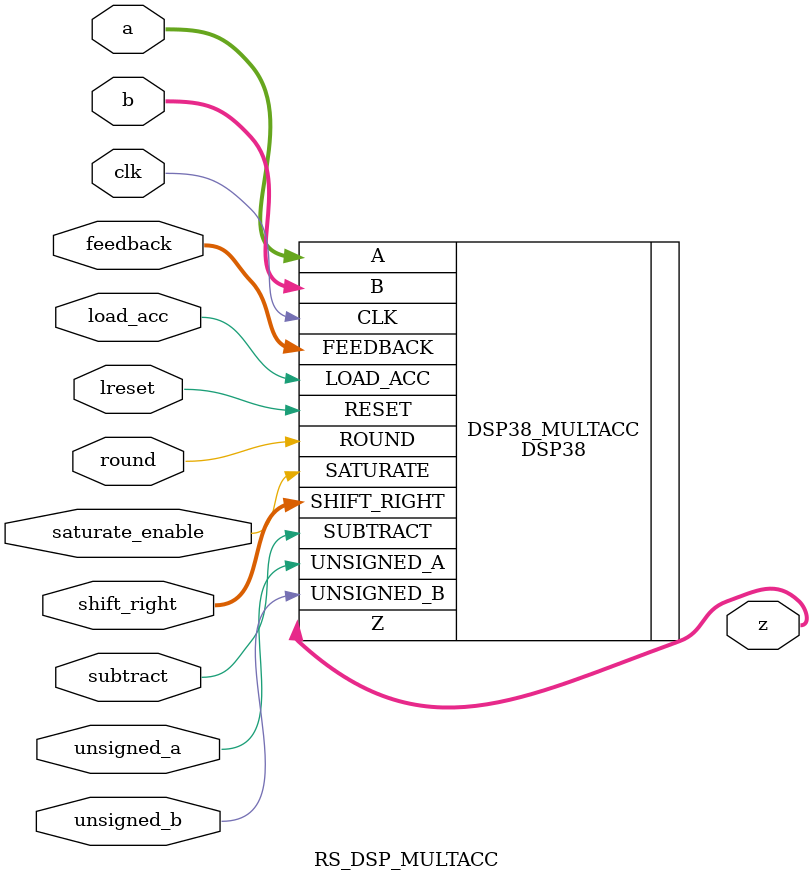
<source format=v>
module RS_DSP_MULTACC (
    input  wire [19:0] a,
    input  wire [17:0] b,
    output wire [37:0] z,

    (* clkbuf_sink *)
    input  wire        clk,
    input  wire        lreset,

    input  wire        load_acc,
    input  wire [ 2:0] feedback,
    input  wire        unsigned_a,
    input  wire        unsigned_b,

    input  wire        saturate_enable,
    input  wire [ 5:0] shift_right,
    input  wire        round,
    input  wire        subtract
);

DSP38 #(
    .DSP_MODE("MULTIPLY_ACCUMULATE"),
    .OUTPUT_REG_EN("FALSE"),
    .INPUT_REG_EN("FALSE")
) DSP38_MULTACC (
    .A(a),
    .B(b),
    .Z(z),
    .FEEDBACK(feedback),
    .UNSIGNED_A(unsigned_a),
    .UNSIGNED_B(unsigned_b),
    .CLK(clk),
    .RESET(lreset),
    .LOAD_ACC(load_acc),
    .SATURATE(saturate_enable),
    .SHIFT_RIGHT(shift_right),
    .ROUND(round),
    .SUBTRACT(subtract)
);

endmodule

</source>
